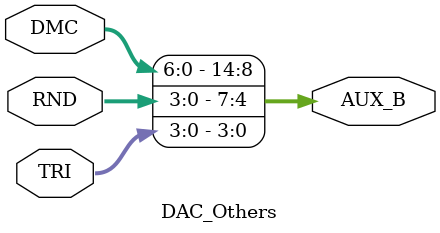
<source format=v>



module DAC_Square(SQA, SQB, AUX_A);

	input [3:0] SQA;
	input [3:0] SQB;
	output [7:0] AUX_A;

	assign AUX_A = {SQB,SQA};

endmodule // DAC_Square

module DAC_Others(TRI, RND, DMC, AUX_B);

	input [3:0] TRI;
	input [3:0] RND;
	input [6:0] DMC;
	output [14:0] AUX_B;

	assign AUX_B = {DMC,RND,TRI};

endmodule // DAC_Others

</source>
